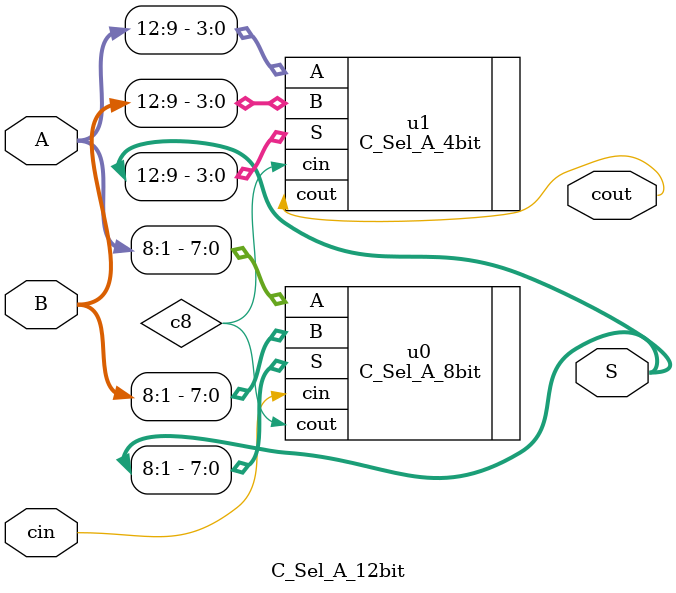
<source format=v>
module C_Sel_A_12bit #(
    parameter width=12
)(
    input wire [width:1] A,
    input wire [width:1] B,
    input wire cin,
    output wire [width:1] S,
    output wire cout
);

    wire c8;

    C_Sel_A_8bit #(.width(8)) u0 (
        .A(A[8:1]),
        .B(B[8:1]),
        .cin(cin),
        .S(S[8:1]),
        .cout(c8)
    );
    C_Sel_A_4bit #(.width(4)) u1 (
        .A(A[12:9]),
        .B(B[12:9]),
        .cin(c8),
        .S(S[12:9]),
        .cout(cout)
    );

endmodule

</source>
